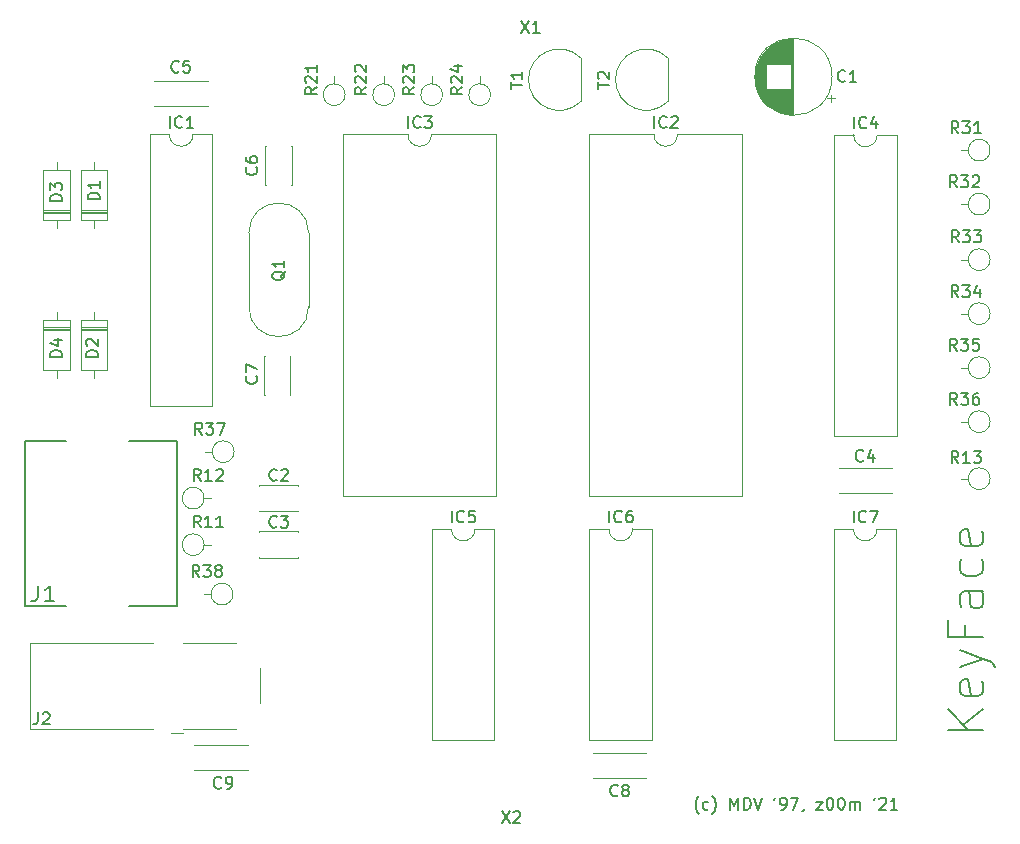
<source format=gto>
G04 #@! TF.GenerationSoftware,KiCad,Pcbnew,(5.1.6)-1*
G04 #@! TF.CreationDate,2021-02-12T18:18:09+01:00*
G04 #@! TF.ProjectId,keyface-external,6b657966-6163-4652-9d65-787465726e61,rev?*
G04 #@! TF.SameCoordinates,Original*
G04 #@! TF.FileFunction,Legend,Top*
G04 #@! TF.FilePolarity,Positive*
%FSLAX46Y46*%
G04 Gerber Fmt 4.6, Leading zero omitted, Abs format (unit mm)*
G04 Created by KiCad (PCBNEW (5.1.6)-1) date 2021-02-12 18:18:09*
%MOMM*%
%LPD*%
G01*
G04 APERTURE LIST*
%ADD10C,0.150000*%
%ADD11C,0.152400*%
%ADD12C,0.120000*%
%ADD13C,0.203200*%
G04 APERTURE END LIST*
D10*
X156099904Y-124277333D02*
X156052285Y-124229714D01*
X155957047Y-124086857D01*
X155909428Y-123991619D01*
X155861809Y-123848761D01*
X155814190Y-123610666D01*
X155814190Y-123420190D01*
X155861809Y-123182095D01*
X155909428Y-123039238D01*
X155957047Y-122944000D01*
X156052285Y-122801142D01*
X156099904Y-122753523D01*
X156909428Y-123848761D02*
X156814190Y-123896380D01*
X156623714Y-123896380D01*
X156528476Y-123848761D01*
X156480857Y-123801142D01*
X156433238Y-123705904D01*
X156433238Y-123420190D01*
X156480857Y-123324952D01*
X156528476Y-123277333D01*
X156623714Y-123229714D01*
X156814190Y-123229714D01*
X156909428Y-123277333D01*
X157242761Y-124277333D02*
X157290380Y-124229714D01*
X157385619Y-124086857D01*
X157433238Y-123991619D01*
X157480857Y-123848761D01*
X157528476Y-123610666D01*
X157528476Y-123420190D01*
X157480857Y-123182095D01*
X157433238Y-123039238D01*
X157385619Y-122944000D01*
X157290380Y-122801142D01*
X157242761Y-122753523D01*
X158766571Y-123896380D02*
X158766571Y-122896380D01*
X159099904Y-123610666D01*
X159433238Y-122896380D01*
X159433238Y-123896380D01*
X159909428Y-123896380D02*
X159909428Y-122896380D01*
X160147523Y-122896380D01*
X160290380Y-122944000D01*
X160385619Y-123039238D01*
X160433238Y-123134476D01*
X160480857Y-123324952D01*
X160480857Y-123467809D01*
X160433238Y-123658285D01*
X160385619Y-123753523D01*
X160290380Y-123848761D01*
X160147523Y-123896380D01*
X159909428Y-123896380D01*
X160766571Y-122896380D02*
X161099904Y-123896380D01*
X161433238Y-122896380D01*
X162576095Y-122896380D02*
X162480857Y-123086857D01*
X163052285Y-123896380D02*
X163242761Y-123896380D01*
X163338000Y-123848761D01*
X163385619Y-123801142D01*
X163480857Y-123658285D01*
X163528476Y-123467809D01*
X163528476Y-123086857D01*
X163480857Y-122991619D01*
X163433238Y-122944000D01*
X163338000Y-122896380D01*
X163147523Y-122896380D01*
X163052285Y-122944000D01*
X163004666Y-122991619D01*
X162957047Y-123086857D01*
X162957047Y-123324952D01*
X163004666Y-123420190D01*
X163052285Y-123467809D01*
X163147523Y-123515428D01*
X163338000Y-123515428D01*
X163433238Y-123467809D01*
X163480857Y-123420190D01*
X163528476Y-123324952D01*
X163861809Y-122896380D02*
X164528476Y-122896380D01*
X164099904Y-123896380D01*
X164957047Y-123848761D02*
X164957047Y-123896380D01*
X164909428Y-123991619D01*
X164861809Y-124039238D01*
X166052285Y-123229714D02*
X166576095Y-123229714D01*
X166052285Y-123896380D01*
X166576095Y-123896380D01*
X167147523Y-122896380D02*
X167242761Y-122896380D01*
X167338000Y-122944000D01*
X167385619Y-122991619D01*
X167433238Y-123086857D01*
X167480857Y-123277333D01*
X167480857Y-123515428D01*
X167433238Y-123705904D01*
X167385619Y-123801142D01*
X167338000Y-123848761D01*
X167242761Y-123896380D01*
X167147523Y-123896380D01*
X167052285Y-123848761D01*
X167004666Y-123801142D01*
X166957047Y-123705904D01*
X166909428Y-123515428D01*
X166909428Y-123277333D01*
X166957047Y-123086857D01*
X167004666Y-122991619D01*
X167052285Y-122944000D01*
X167147523Y-122896380D01*
X168099904Y-122896380D02*
X168195142Y-122896380D01*
X168290380Y-122944000D01*
X168337999Y-122991619D01*
X168385619Y-123086857D01*
X168433238Y-123277333D01*
X168433238Y-123515428D01*
X168385619Y-123705904D01*
X168337999Y-123801142D01*
X168290380Y-123848761D01*
X168195142Y-123896380D01*
X168099904Y-123896380D01*
X168004666Y-123848761D01*
X167957047Y-123801142D01*
X167909428Y-123705904D01*
X167861809Y-123515428D01*
X167861809Y-123277333D01*
X167909428Y-123086857D01*
X167957047Y-122991619D01*
X168004666Y-122944000D01*
X168099904Y-122896380D01*
X168861809Y-123896380D02*
X168861809Y-123229714D01*
X168861809Y-123324952D02*
X168909428Y-123277333D01*
X169004666Y-123229714D01*
X169147523Y-123229714D01*
X169242761Y-123277333D01*
X169290380Y-123372571D01*
X169290380Y-123896380D01*
X169290380Y-123372571D02*
X169337999Y-123277333D01*
X169433238Y-123229714D01*
X169576095Y-123229714D01*
X169671333Y-123277333D01*
X169718952Y-123372571D01*
X169718952Y-123896380D01*
X171004666Y-122896380D02*
X170909428Y-123086857D01*
X171385619Y-122991619D02*
X171433238Y-122944000D01*
X171528476Y-122896380D01*
X171766571Y-122896380D01*
X171861809Y-122944000D01*
X171909428Y-122991619D01*
X171957047Y-123086857D01*
X171957047Y-123182095D01*
X171909428Y-123324952D01*
X171337999Y-123896380D01*
X171957047Y-123896380D01*
X172909428Y-123896380D02*
X172337999Y-123896380D01*
X172623714Y-123896380D02*
X172623714Y-122896380D01*
X172528476Y-123039238D01*
X172433238Y-123134476D01*
X172337999Y-123182095D01*
X180173142Y-117140571D02*
X177173142Y-117140571D01*
X180173142Y-115426285D02*
X178458857Y-116712000D01*
X177173142Y-115426285D02*
X178887428Y-117140571D01*
X180030285Y-112997714D02*
X180173142Y-113283428D01*
X180173142Y-113854857D01*
X180030285Y-114140571D01*
X179744571Y-114283428D01*
X178601714Y-114283428D01*
X178316000Y-114140571D01*
X178173142Y-113854857D01*
X178173142Y-113283428D01*
X178316000Y-112997714D01*
X178601714Y-112854857D01*
X178887428Y-112854857D01*
X179173142Y-114283428D01*
X178173142Y-111854857D02*
X180173142Y-111140571D01*
X178173142Y-110426285D02*
X180173142Y-111140571D01*
X180887428Y-111426285D01*
X181030285Y-111569142D01*
X181173142Y-111854857D01*
X178601714Y-108283428D02*
X178601714Y-109283428D01*
X180173142Y-109283428D02*
X177173142Y-109283428D01*
X177173142Y-107854857D01*
X180173142Y-105426285D02*
X178601714Y-105426285D01*
X178316000Y-105569142D01*
X178173142Y-105854857D01*
X178173142Y-106426285D01*
X178316000Y-106712000D01*
X180030285Y-105426285D02*
X180173142Y-105712000D01*
X180173142Y-106426285D01*
X180030285Y-106712000D01*
X179744571Y-106854857D01*
X179458857Y-106854857D01*
X179173142Y-106712000D01*
X179030285Y-106426285D01*
X179030285Y-105712000D01*
X178887428Y-105426285D01*
X180030285Y-102712000D02*
X180173142Y-102997714D01*
X180173142Y-103569142D01*
X180030285Y-103854857D01*
X179887428Y-103997714D01*
X179601714Y-104140571D01*
X178744571Y-104140571D01*
X178458857Y-103997714D01*
X178316000Y-103854857D01*
X178173142Y-103569142D01*
X178173142Y-102997714D01*
X178316000Y-102712000D01*
X180030285Y-100283428D02*
X180173142Y-100569142D01*
X180173142Y-101140571D01*
X180030285Y-101426285D01*
X179744571Y-101569142D01*
X178601714Y-101569142D01*
X178316000Y-101426285D01*
X178173142Y-101140571D01*
X178173142Y-100569142D01*
X178316000Y-100283428D01*
X178601714Y-100140571D01*
X178887428Y-100140571D01*
X179173142Y-101569142D01*
D11*
X99060000Y-106680000D02*
X99060000Y-92710000D01*
X111887000Y-92710000D02*
X111887000Y-106680000D01*
X99060000Y-92710000D02*
X102489000Y-92710000D01*
X107823000Y-92710000D02*
X111887000Y-92710000D01*
X102489000Y-106680000D02*
X99060000Y-106680000D01*
X111887000Y-106680000D02*
X107823000Y-106680000D01*
D12*
X100607000Y-73402000D02*
X102847000Y-73402000D01*
X100607000Y-73162000D02*
X102847000Y-73162000D01*
X100607000Y-73282000D02*
X102847000Y-73282000D01*
X101727000Y-69112000D02*
X101727000Y-69762000D01*
X101727000Y-74652000D02*
X101727000Y-74002000D01*
X100607000Y-69762000D02*
X100607000Y-74002000D01*
X102847000Y-69762000D02*
X100607000Y-69762000D01*
X102847000Y-74002000D02*
X102847000Y-69762000D01*
X100607000Y-74002000D02*
X102847000Y-74002000D01*
X167374000Y-61849000D02*
G75*
G03*
X167374000Y-61849000I-3270000J0D01*
G01*
X164104000Y-65079000D02*
X164104000Y-58619000D01*
X164064000Y-65079000D02*
X164064000Y-58619000D01*
X164024000Y-65079000D02*
X164024000Y-58619000D01*
X163984000Y-65077000D02*
X163984000Y-58621000D01*
X163944000Y-65076000D02*
X163944000Y-58622000D01*
X163904000Y-65073000D02*
X163904000Y-58625000D01*
X163864000Y-65071000D02*
X163864000Y-62889000D01*
X163864000Y-60809000D02*
X163864000Y-58627000D01*
X163824000Y-65067000D02*
X163824000Y-62889000D01*
X163824000Y-60809000D02*
X163824000Y-58631000D01*
X163784000Y-65064000D02*
X163784000Y-62889000D01*
X163784000Y-60809000D02*
X163784000Y-58634000D01*
X163744000Y-65060000D02*
X163744000Y-62889000D01*
X163744000Y-60809000D02*
X163744000Y-58638000D01*
X163704000Y-65055000D02*
X163704000Y-62889000D01*
X163704000Y-60809000D02*
X163704000Y-58643000D01*
X163664000Y-65050000D02*
X163664000Y-62889000D01*
X163664000Y-60809000D02*
X163664000Y-58648000D01*
X163624000Y-65044000D02*
X163624000Y-62889000D01*
X163624000Y-60809000D02*
X163624000Y-58654000D01*
X163584000Y-65038000D02*
X163584000Y-62889000D01*
X163584000Y-60809000D02*
X163584000Y-58660000D01*
X163544000Y-65031000D02*
X163544000Y-62889000D01*
X163544000Y-60809000D02*
X163544000Y-58667000D01*
X163504000Y-65024000D02*
X163504000Y-62889000D01*
X163504000Y-60809000D02*
X163504000Y-58674000D01*
X163464000Y-65016000D02*
X163464000Y-62889000D01*
X163464000Y-60809000D02*
X163464000Y-58682000D01*
X163424000Y-65008000D02*
X163424000Y-62889000D01*
X163424000Y-60809000D02*
X163424000Y-58690000D01*
X163383000Y-64999000D02*
X163383000Y-62889000D01*
X163383000Y-60809000D02*
X163383000Y-58699000D01*
X163343000Y-64990000D02*
X163343000Y-62889000D01*
X163343000Y-60809000D02*
X163343000Y-58708000D01*
X163303000Y-64980000D02*
X163303000Y-62889000D01*
X163303000Y-60809000D02*
X163303000Y-58718000D01*
X163263000Y-64970000D02*
X163263000Y-62889000D01*
X163263000Y-60809000D02*
X163263000Y-58728000D01*
X163223000Y-64959000D02*
X163223000Y-62889000D01*
X163223000Y-60809000D02*
X163223000Y-58739000D01*
X163183000Y-64947000D02*
X163183000Y-62889000D01*
X163183000Y-60809000D02*
X163183000Y-58751000D01*
X163143000Y-64935000D02*
X163143000Y-62889000D01*
X163143000Y-60809000D02*
X163143000Y-58763000D01*
X163103000Y-64923000D02*
X163103000Y-62889000D01*
X163103000Y-60809000D02*
X163103000Y-58775000D01*
X163063000Y-64910000D02*
X163063000Y-62889000D01*
X163063000Y-60809000D02*
X163063000Y-58788000D01*
X163023000Y-64896000D02*
X163023000Y-62889000D01*
X163023000Y-60809000D02*
X163023000Y-58802000D01*
X162983000Y-64882000D02*
X162983000Y-62889000D01*
X162983000Y-60809000D02*
X162983000Y-58816000D01*
X162943000Y-64867000D02*
X162943000Y-62889000D01*
X162943000Y-60809000D02*
X162943000Y-58831000D01*
X162903000Y-64851000D02*
X162903000Y-62889000D01*
X162903000Y-60809000D02*
X162903000Y-58847000D01*
X162863000Y-64835000D02*
X162863000Y-62889000D01*
X162863000Y-60809000D02*
X162863000Y-58863000D01*
X162823000Y-64819000D02*
X162823000Y-62889000D01*
X162823000Y-60809000D02*
X162823000Y-58879000D01*
X162783000Y-64801000D02*
X162783000Y-62889000D01*
X162783000Y-60809000D02*
X162783000Y-58897000D01*
X162743000Y-64783000D02*
X162743000Y-62889000D01*
X162743000Y-60809000D02*
X162743000Y-58915000D01*
X162703000Y-64765000D02*
X162703000Y-62889000D01*
X162703000Y-60809000D02*
X162703000Y-58933000D01*
X162663000Y-64745000D02*
X162663000Y-62889000D01*
X162663000Y-60809000D02*
X162663000Y-58953000D01*
X162623000Y-64725000D02*
X162623000Y-62889000D01*
X162623000Y-60809000D02*
X162623000Y-58973000D01*
X162583000Y-64705000D02*
X162583000Y-62889000D01*
X162583000Y-60809000D02*
X162583000Y-58993000D01*
X162543000Y-64683000D02*
X162543000Y-62889000D01*
X162543000Y-60809000D02*
X162543000Y-59015000D01*
X162503000Y-64661000D02*
X162503000Y-62889000D01*
X162503000Y-60809000D02*
X162503000Y-59037000D01*
X162463000Y-64639000D02*
X162463000Y-62889000D01*
X162463000Y-60809000D02*
X162463000Y-59059000D01*
X162423000Y-64615000D02*
X162423000Y-62889000D01*
X162423000Y-60809000D02*
X162423000Y-59083000D01*
X162383000Y-64591000D02*
X162383000Y-62889000D01*
X162383000Y-60809000D02*
X162383000Y-59107000D01*
X162343000Y-64565000D02*
X162343000Y-62889000D01*
X162343000Y-60809000D02*
X162343000Y-59133000D01*
X162303000Y-64539000D02*
X162303000Y-62889000D01*
X162303000Y-60809000D02*
X162303000Y-59159000D01*
X162263000Y-64513000D02*
X162263000Y-62889000D01*
X162263000Y-60809000D02*
X162263000Y-59185000D01*
X162223000Y-64485000D02*
X162223000Y-62889000D01*
X162223000Y-60809000D02*
X162223000Y-59213000D01*
X162183000Y-64456000D02*
X162183000Y-62889000D01*
X162183000Y-60809000D02*
X162183000Y-59242000D01*
X162143000Y-64427000D02*
X162143000Y-62889000D01*
X162143000Y-60809000D02*
X162143000Y-59271000D01*
X162103000Y-64397000D02*
X162103000Y-62889000D01*
X162103000Y-60809000D02*
X162103000Y-59301000D01*
X162063000Y-64365000D02*
X162063000Y-62889000D01*
X162063000Y-60809000D02*
X162063000Y-59333000D01*
X162023000Y-64333000D02*
X162023000Y-62889000D01*
X162023000Y-60809000D02*
X162023000Y-59365000D01*
X161983000Y-64299000D02*
X161983000Y-62889000D01*
X161983000Y-60809000D02*
X161983000Y-59399000D01*
X161943000Y-64265000D02*
X161943000Y-62889000D01*
X161943000Y-60809000D02*
X161943000Y-59433000D01*
X161903000Y-64229000D02*
X161903000Y-62889000D01*
X161903000Y-60809000D02*
X161903000Y-59469000D01*
X161863000Y-64192000D02*
X161863000Y-62889000D01*
X161863000Y-60809000D02*
X161863000Y-59506000D01*
X161823000Y-64154000D02*
X161823000Y-62889000D01*
X161823000Y-60809000D02*
X161823000Y-59544000D01*
X161783000Y-64114000D02*
X161783000Y-59584000D01*
X161743000Y-64073000D02*
X161743000Y-59625000D01*
X161703000Y-64031000D02*
X161703000Y-59667000D01*
X161663000Y-63986000D02*
X161663000Y-59712000D01*
X161623000Y-63941000D02*
X161623000Y-59757000D01*
X161583000Y-63893000D02*
X161583000Y-59805000D01*
X161543000Y-63844000D02*
X161543000Y-59854000D01*
X161503000Y-63793000D02*
X161503000Y-59905000D01*
X161463000Y-63739000D02*
X161463000Y-59959000D01*
X161423000Y-63683000D02*
X161423000Y-60015000D01*
X161383000Y-63625000D02*
X161383000Y-60073000D01*
X161343000Y-63563000D02*
X161343000Y-60135000D01*
X161303000Y-63499000D02*
X161303000Y-60199000D01*
X161263000Y-63430000D02*
X161263000Y-60268000D01*
X161223000Y-63358000D02*
X161223000Y-60340000D01*
X161183000Y-63281000D02*
X161183000Y-60417000D01*
X161143000Y-63199000D02*
X161143000Y-60499000D01*
X161103000Y-63111000D02*
X161103000Y-60587000D01*
X161063000Y-63014000D02*
X161063000Y-60684000D01*
X161023000Y-62908000D02*
X161023000Y-60790000D01*
X160983000Y-62789000D02*
X160983000Y-60909000D01*
X160943000Y-62651000D02*
X160943000Y-61047000D01*
X160903000Y-62482000D02*
X160903000Y-61216000D01*
X160863000Y-62251000D02*
X160863000Y-61447000D01*
X167604241Y-63688000D02*
X166974241Y-63688000D01*
X167289241Y-64003000D02*
X167289241Y-63373000D01*
X122123000Y-98591000D02*
X122123000Y-98656000D01*
X122123000Y-96416000D02*
X122123000Y-96481000D01*
X118883000Y-98591000D02*
X118883000Y-98656000D01*
X118883000Y-96416000D02*
X118883000Y-96481000D01*
X118883000Y-98656000D02*
X122123000Y-98656000D01*
X118883000Y-96416000D02*
X122123000Y-96416000D01*
X118883000Y-100353000D02*
X122123000Y-100353000D01*
X118883000Y-102593000D02*
X122123000Y-102593000D01*
X118883000Y-100353000D02*
X118883000Y-100418000D01*
X118883000Y-102528000D02*
X118883000Y-102593000D01*
X122123000Y-100353000D02*
X122123000Y-100418000D01*
X122123000Y-102528000D02*
X122123000Y-102593000D01*
X167950000Y-94957000D02*
X167950000Y-94942000D01*
X167950000Y-97082000D02*
X167950000Y-97067000D01*
X172490000Y-94957000D02*
X172490000Y-94942000D01*
X172490000Y-97082000D02*
X172490000Y-97067000D01*
X172490000Y-94942000D02*
X167950000Y-94942000D01*
X172490000Y-97082000D02*
X167950000Y-97082000D01*
X109958000Y-62176000D02*
X114498000Y-62176000D01*
X109958000Y-64316000D02*
X114498000Y-64316000D01*
X109958000Y-62176000D02*
X109958000Y-62191000D01*
X109958000Y-64301000D02*
X109958000Y-64316000D01*
X114498000Y-62176000D02*
X114498000Y-62191000D01*
X114498000Y-64301000D02*
X114498000Y-64316000D01*
X119403000Y-70982000D02*
X119403000Y-67742000D01*
X121643000Y-70982000D02*
X121643000Y-67742000D01*
X119403000Y-70982000D02*
X119468000Y-70982000D01*
X121578000Y-70982000D02*
X121643000Y-70982000D01*
X119403000Y-67742000D02*
X119468000Y-67742000D01*
X121578000Y-67742000D02*
X121643000Y-67742000D01*
X119341000Y-88762000D02*
X119276000Y-88762000D01*
X121516000Y-88762000D02*
X121451000Y-88762000D01*
X119341000Y-85522000D02*
X119276000Y-85522000D01*
X121516000Y-85522000D02*
X121451000Y-85522000D01*
X119276000Y-85522000D02*
X119276000Y-88762000D01*
X121516000Y-85522000D02*
X121516000Y-88762000D01*
X111268000Y-66742000D02*
X109618000Y-66742000D01*
X109618000Y-66742000D02*
X109618000Y-89722000D01*
X109618000Y-89722000D02*
X114918000Y-89722000D01*
X114918000Y-89722000D02*
X114918000Y-66742000D01*
X114918000Y-66742000D02*
X113268000Y-66742000D01*
X113268000Y-66742000D02*
G75*
G02*
X111268000Y-66742000I-1000000J0D01*
G01*
X159749000Y-66742000D02*
X154289000Y-66742000D01*
X159749000Y-97342000D02*
X159749000Y-66742000D01*
X146829000Y-97342000D02*
X159749000Y-97342000D01*
X146829000Y-66742000D02*
X146829000Y-97342000D01*
X152289000Y-66742000D02*
X146829000Y-66742000D01*
X154289000Y-66742000D02*
G75*
G02*
X152289000Y-66742000I-1000000J0D01*
G01*
X131461000Y-66742000D02*
X126001000Y-66742000D01*
X126001000Y-66742000D02*
X126001000Y-97342000D01*
X126001000Y-97342000D02*
X138921000Y-97342000D01*
X138921000Y-97342000D02*
X138921000Y-66742000D01*
X138921000Y-66742000D02*
X133461000Y-66742000D01*
X133461000Y-66742000D02*
G75*
G02*
X131461000Y-66742000I-1000000J0D01*
G01*
X169198000Y-66777600D02*
X167548000Y-66777600D01*
X167548000Y-66777600D02*
X167548000Y-92297600D01*
X167548000Y-92297600D02*
X172848000Y-92297600D01*
X172848000Y-92297600D02*
X172848000Y-66777600D01*
X172848000Y-66777600D02*
X171198000Y-66777600D01*
X171198000Y-66777600D02*
G75*
G02*
X169198000Y-66777600I-1000000J0D01*
G01*
X135144000Y-100143000D02*
X133494000Y-100143000D01*
X133494000Y-100143000D02*
X133494000Y-118043000D01*
X133494000Y-118043000D02*
X138794000Y-118043000D01*
X138794000Y-118043000D02*
X138794000Y-100143000D01*
X138794000Y-100143000D02*
X137144000Y-100143000D01*
X137144000Y-100143000D02*
G75*
G02*
X135144000Y-100143000I-1000000J0D01*
G01*
X152129000Y-100143000D02*
X150479000Y-100143000D01*
X152129000Y-118043000D02*
X152129000Y-100143000D01*
X146829000Y-118043000D02*
X152129000Y-118043000D01*
X146829000Y-100143000D02*
X146829000Y-118043000D01*
X148479000Y-100143000D02*
X146829000Y-100143000D01*
X150479000Y-100143000D02*
G75*
G02*
X148479000Y-100143000I-1000000J0D01*
G01*
X169180000Y-100143000D02*
X167530000Y-100143000D01*
X167530000Y-100143000D02*
X167530000Y-118043000D01*
X167530000Y-118043000D02*
X172830000Y-118043000D01*
X172830000Y-118043000D02*
X172830000Y-100143000D01*
X172830000Y-100143000D02*
X171180000Y-100143000D01*
X171180000Y-100143000D02*
G75*
G02*
X169180000Y-100143000I-1000000J0D01*
G01*
X117998000Y-81330000D02*
X117998000Y-75080000D01*
X123048000Y-81330000D02*
X123048000Y-75080000D01*
X123048000Y-81330000D02*
G75*
G02*
X117998000Y-81330000I-2525000J0D01*
G01*
X123048000Y-75080000D02*
G75*
G03*
X117998000Y-75080000I-2525000J0D01*
G01*
X114204000Y-101473000D02*
G75*
G03*
X114204000Y-101473000I-920000J0D01*
G01*
X114204000Y-101473000D02*
X114824000Y-101473000D01*
X114204000Y-97536000D02*
X114824000Y-97536000D01*
X114204000Y-97536000D02*
G75*
G03*
X114204000Y-97536000I-920000J0D01*
G01*
X180752000Y-95885000D02*
G75*
G03*
X180752000Y-95885000I-920000J0D01*
G01*
X178912000Y-95885000D02*
X178292000Y-95885000D01*
X126142000Y-63373000D02*
G75*
G03*
X126142000Y-63373000I-920000J0D01*
G01*
X125222000Y-62453000D02*
X125222000Y-61833000D01*
X129413000Y-62453000D02*
X129413000Y-61833000D01*
X130333000Y-63373000D02*
G75*
G03*
X130333000Y-63373000I-920000J0D01*
G01*
X133477000Y-62453000D02*
X133477000Y-61833000D01*
X134397000Y-63373000D02*
G75*
G03*
X134397000Y-63373000I-920000J0D01*
G01*
X138461000Y-63373000D02*
G75*
G03*
X138461000Y-63373000I-920000J0D01*
G01*
X137541000Y-62453000D02*
X137541000Y-61833000D01*
X178912000Y-68072000D02*
X178292000Y-68072000D01*
X180752000Y-68072000D02*
G75*
G03*
X180752000Y-68072000I-920000J0D01*
G01*
X180752000Y-72644000D02*
G75*
G03*
X180752000Y-72644000I-920000J0D01*
G01*
X178912000Y-72644000D02*
X178292000Y-72644000D01*
X178912000Y-77343000D02*
X178292000Y-77343000D01*
X180752000Y-77343000D02*
G75*
G03*
X180752000Y-77343000I-920000J0D01*
G01*
X180752000Y-81915000D02*
G75*
G03*
X180752000Y-81915000I-920000J0D01*
G01*
X178912000Y-81915000D02*
X178292000Y-81915000D01*
X178912000Y-86487000D02*
X178292000Y-86487000D01*
X180752000Y-86487000D02*
G75*
G03*
X180752000Y-86487000I-920000J0D01*
G01*
X180752000Y-91059000D02*
G75*
G03*
X180752000Y-91059000I-920000J0D01*
G01*
X178912000Y-91059000D02*
X178292000Y-91059000D01*
X116744000Y-93599000D02*
G75*
G03*
X116744000Y-93599000I-920000J0D01*
G01*
X114904000Y-93599000D02*
X114284000Y-93599000D01*
X114802400Y-105664000D02*
X114182400Y-105664000D01*
X116642400Y-105664000D02*
G75*
G03*
X116642400Y-105664000I-920000J0D01*
G01*
X146122000Y-63903000D02*
X146122000Y-60303000D01*
X146110478Y-60264522D02*
G75*
G03*
X141672000Y-62103000I-1838478J-1838478D01*
G01*
X146110478Y-63941478D02*
G75*
G02*
X141672000Y-62103000I-1838478J1838478D01*
G01*
X153488000Y-63903000D02*
X153488000Y-60303000D01*
X153476478Y-63941478D02*
G75*
G02*
X149038000Y-62103000I-1838478J1838478D01*
G01*
X153476478Y-60264522D02*
G75*
G03*
X149038000Y-62103000I-1838478J-1838478D01*
G01*
X99457000Y-109761000D02*
X109907000Y-109761000D01*
X99457000Y-109761000D02*
X99457000Y-117061000D01*
X99457000Y-117061000D02*
X109907000Y-117061000D01*
X112407000Y-109761000D02*
X116907000Y-109761000D01*
X112407000Y-117061000D02*
X116907000Y-117061000D01*
X118957000Y-111911000D02*
X118957000Y-114911000D01*
X111387000Y-117441000D02*
X112387000Y-117441000D01*
X103782000Y-73402000D02*
X106022000Y-73402000D01*
X103782000Y-73162000D02*
X106022000Y-73162000D01*
X103782000Y-73282000D02*
X106022000Y-73282000D01*
X104902000Y-69112000D02*
X104902000Y-69762000D01*
X104902000Y-74652000D02*
X104902000Y-74002000D01*
X103782000Y-69762000D02*
X103782000Y-74002000D01*
X106022000Y-69762000D02*
X103782000Y-69762000D01*
X106022000Y-74002000D02*
X106022000Y-69762000D01*
X103782000Y-74002000D02*
X106022000Y-74002000D01*
X106022000Y-82462000D02*
X103782000Y-82462000D01*
X103782000Y-82462000D02*
X103782000Y-86702000D01*
X103782000Y-86702000D02*
X106022000Y-86702000D01*
X106022000Y-86702000D02*
X106022000Y-82462000D01*
X104902000Y-81812000D02*
X104902000Y-82462000D01*
X104902000Y-87352000D02*
X104902000Y-86702000D01*
X106022000Y-83182000D02*
X103782000Y-83182000D01*
X106022000Y-83302000D02*
X103782000Y-83302000D01*
X106022000Y-83062000D02*
X103782000Y-83062000D01*
X102847000Y-82462000D02*
X100607000Y-82462000D01*
X100607000Y-82462000D02*
X100607000Y-86702000D01*
X100607000Y-86702000D02*
X102847000Y-86702000D01*
X102847000Y-86702000D02*
X102847000Y-82462000D01*
X101727000Y-81812000D02*
X101727000Y-82462000D01*
X101727000Y-87352000D02*
X101727000Y-86702000D01*
X102847000Y-83182000D02*
X100607000Y-83182000D01*
X102847000Y-83302000D02*
X100607000Y-83302000D01*
X102847000Y-83062000D02*
X100607000Y-83062000D01*
X147122000Y-119087000D02*
X147122000Y-119072000D01*
X147122000Y-121212000D02*
X147122000Y-121197000D01*
X151662000Y-119087000D02*
X151662000Y-119072000D01*
X151662000Y-121212000D02*
X151662000Y-121197000D01*
X151662000Y-119072000D02*
X147122000Y-119072000D01*
X151662000Y-121212000D02*
X147122000Y-121212000D01*
X113387000Y-118437000D02*
X117927000Y-118437000D01*
X113387000Y-120577000D02*
X117927000Y-120577000D01*
X113387000Y-118437000D02*
X113387000Y-118452000D01*
X113387000Y-120562000D02*
X113387000Y-120577000D01*
X117927000Y-118437000D02*
X117927000Y-118452000D01*
X117927000Y-120562000D02*
X117927000Y-120577000D01*
D13*
X100116640Y-104934028D02*
X100116640Y-105886165D01*
X100049874Y-106076592D01*
X99916342Y-106203544D01*
X99716045Y-106267020D01*
X99582514Y-106267020D01*
X101518720Y-106267020D02*
X100717531Y-106267020D01*
X101118125Y-106267020D02*
X101118125Y-104934028D01*
X100984594Y-105124455D01*
X100851062Y-105251407D01*
X100717531Y-105314883D01*
D10*
X102179380Y-72366095D02*
X101179380Y-72366095D01*
X101179380Y-72128000D01*
X101227000Y-71985142D01*
X101322238Y-71889904D01*
X101417476Y-71842285D01*
X101607952Y-71794666D01*
X101750809Y-71794666D01*
X101941285Y-71842285D01*
X102036523Y-71889904D01*
X102131761Y-71985142D01*
X102179380Y-72128000D01*
X102179380Y-72366095D01*
X101179380Y-71461333D02*
X101179380Y-70842285D01*
X101560333Y-71175619D01*
X101560333Y-71032761D01*
X101607952Y-70937523D01*
X101655571Y-70889904D01*
X101750809Y-70842285D01*
X101988904Y-70842285D01*
X102084142Y-70889904D01*
X102131761Y-70937523D01*
X102179380Y-71032761D01*
X102179380Y-71318476D01*
X102131761Y-71413714D01*
X102084142Y-71461333D01*
X168489333Y-62206142D02*
X168441714Y-62253761D01*
X168298857Y-62301380D01*
X168203619Y-62301380D01*
X168060761Y-62253761D01*
X167965523Y-62158523D01*
X167917904Y-62063285D01*
X167870285Y-61872809D01*
X167870285Y-61729952D01*
X167917904Y-61539476D01*
X167965523Y-61444238D01*
X168060761Y-61349000D01*
X168203619Y-61301380D01*
X168298857Y-61301380D01*
X168441714Y-61349000D01*
X168489333Y-61396619D01*
X169441714Y-62301380D02*
X168870285Y-62301380D01*
X169156000Y-62301380D02*
X169156000Y-61301380D01*
X169060761Y-61444238D01*
X168965523Y-61539476D01*
X168870285Y-61587095D01*
X120356333Y-95988142D02*
X120308714Y-96035761D01*
X120165857Y-96083380D01*
X120070619Y-96083380D01*
X119927761Y-96035761D01*
X119832523Y-95940523D01*
X119784904Y-95845285D01*
X119737285Y-95654809D01*
X119737285Y-95511952D01*
X119784904Y-95321476D01*
X119832523Y-95226238D01*
X119927761Y-95131000D01*
X120070619Y-95083380D01*
X120165857Y-95083380D01*
X120308714Y-95131000D01*
X120356333Y-95178619D01*
X120737285Y-95178619D02*
X120784904Y-95131000D01*
X120880142Y-95083380D01*
X121118238Y-95083380D01*
X121213476Y-95131000D01*
X121261095Y-95178619D01*
X121308714Y-95273857D01*
X121308714Y-95369095D01*
X121261095Y-95511952D01*
X120689666Y-96083380D01*
X121308714Y-96083380D01*
X120356333Y-99925142D02*
X120308714Y-99972761D01*
X120165857Y-100020380D01*
X120070619Y-100020380D01*
X119927761Y-99972761D01*
X119832523Y-99877523D01*
X119784904Y-99782285D01*
X119737285Y-99591809D01*
X119737285Y-99448952D01*
X119784904Y-99258476D01*
X119832523Y-99163238D01*
X119927761Y-99068000D01*
X120070619Y-99020380D01*
X120165857Y-99020380D01*
X120308714Y-99068000D01*
X120356333Y-99115619D01*
X120689666Y-99020380D02*
X121308714Y-99020380D01*
X120975380Y-99401333D01*
X121118238Y-99401333D01*
X121213476Y-99448952D01*
X121261095Y-99496571D01*
X121308714Y-99591809D01*
X121308714Y-99829904D01*
X121261095Y-99925142D01*
X121213476Y-99972761D01*
X121118238Y-100020380D01*
X120832523Y-100020380D01*
X120737285Y-99972761D01*
X120689666Y-99925142D01*
X170013333Y-94337142D02*
X169965714Y-94384761D01*
X169822857Y-94432380D01*
X169727619Y-94432380D01*
X169584761Y-94384761D01*
X169489523Y-94289523D01*
X169441904Y-94194285D01*
X169394285Y-94003809D01*
X169394285Y-93860952D01*
X169441904Y-93670476D01*
X169489523Y-93575238D01*
X169584761Y-93480000D01*
X169727619Y-93432380D01*
X169822857Y-93432380D01*
X169965714Y-93480000D01*
X170013333Y-93527619D01*
X170870476Y-93765714D02*
X170870476Y-94432380D01*
X170632380Y-93384761D02*
X170394285Y-94099047D01*
X171013333Y-94099047D01*
X112061333Y-61403142D02*
X112013714Y-61450761D01*
X111870857Y-61498380D01*
X111775619Y-61498380D01*
X111632761Y-61450761D01*
X111537523Y-61355523D01*
X111489904Y-61260285D01*
X111442285Y-61069809D01*
X111442285Y-60926952D01*
X111489904Y-60736476D01*
X111537523Y-60641238D01*
X111632761Y-60546000D01*
X111775619Y-60498380D01*
X111870857Y-60498380D01*
X112013714Y-60546000D01*
X112061333Y-60593619D01*
X112966095Y-60498380D02*
X112489904Y-60498380D01*
X112442285Y-60974571D01*
X112489904Y-60926952D01*
X112585142Y-60879333D01*
X112823238Y-60879333D01*
X112918476Y-60926952D01*
X112966095Y-60974571D01*
X113013714Y-61069809D01*
X113013714Y-61307904D01*
X112966095Y-61403142D01*
X112918476Y-61450761D01*
X112823238Y-61498380D01*
X112585142Y-61498380D01*
X112489904Y-61450761D01*
X112442285Y-61403142D01*
X118630142Y-69528666D02*
X118677761Y-69576285D01*
X118725380Y-69719142D01*
X118725380Y-69814380D01*
X118677761Y-69957238D01*
X118582523Y-70052476D01*
X118487285Y-70100095D01*
X118296809Y-70147714D01*
X118153952Y-70147714D01*
X117963476Y-70100095D01*
X117868238Y-70052476D01*
X117773000Y-69957238D01*
X117725380Y-69814380D01*
X117725380Y-69719142D01*
X117773000Y-69576285D01*
X117820619Y-69528666D01*
X117725380Y-68671523D02*
X117725380Y-68862000D01*
X117773000Y-68957238D01*
X117820619Y-69004857D01*
X117963476Y-69100095D01*
X118153952Y-69147714D01*
X118534904Y-69147714D01*
X118630142Y-69100095D01*
X118677761Y-69052476D01*
X118725380Y-68957238D01*
X118725380Y-68766761D01*
X118677761Y-68671523D01*
X118630142Y-68623904D01*
X118534904Y-68576285D01*
X118296809Y-68576285D01*
X118201571Y-68623904D01*
X118153952Y-68671523D01*
X118106333Y-68766761D01*
X118106333Y-68957238D01*
X118153952Y-69052476D01*
X118201571Y-69100095D01*
X118296809Y-69147714D01*
X118619542Y-87212466D02*
X118667161Y-87260085D01*
X118714780Y-87402942D01*
X118714780Y-87498180D01*
X118667161Y-87641038D01*
X118571923Y-87736276D01*
X118476685Y-87783895D01*
X118286209Y-87831514D01*
X118143352Y-87831514D01*
X117952876Y-87783895D01*
X117857638Y-87736276D01*
X117762400Y-87641038D01*
X117714780Y-87498180D01*
X117714780Y-87402942D01*
X117762400Y-87260085D01*
X117810019Y-87212466D01*
X117714780Y-86879133D02*
X117714780Y-86212466D01*
X118714780Y-86641038D01*
X111291809Y-66194380D02*
X111291809Y-65194380D01*
X112339428Y-66099142D02*
X112291809Y-66146761D01*
X112148952Y-66194380D01*
X112053714Y-66194380D01*
X111910857Y-66146761D01*
X111815619Y-66051523D01*
X111768000Y-65956285D01*
X111720380Y-65765809D01*
X111720380Y-65622952D01*
X111768000Y-65432476D01*
X111815619Y-65337238D01*
X111910857Y-65242000D01*
X112053714Y-65194380D01*
X112148952Y-65194380D01*
X112291809Y-65242000D01*
X112339428Y-65289619D01*
X113291809Y-66194380D02*
X112720380Y-66194380D01*
X113006095Y-66194380D02*
X113006095Y-65194380D01*
X112910857Y-65337238D01*
X112815619Y-65432476D01*
X112720380Y-65480095D01*
X152312809Y-66194380D02*
X152312809Y-65194380D01*
X153360428Y-66099142D02*
X153312809Y-66146761D01*
X153169952Y-66194380D01*
X153074714Y-66194380D01*
X152931857Y-66146761D01*
X152836619Y-66051523D01*
X152789000Y-65956285D01*
X152741380Y-65765809D01*
X152741380Y-65622952D01*
X152789000Y-65432476D01*
X152836619Y-65337238D01*
X152931857Y-65242000D01*
X153074714Y-65194380D01*
X153169952Y-65194380D01*
X153312809Y-65242000D01*
X153360428Y-65289619D01*
X153741380Y-65289619D02*
X153789000Y-65242000D01*
X153884238Y-65194380D01*
X154122333Y-65194380D01*
X154217571Y-65242000D01*
X154265190Y-65289619D01*
X154312809Y-65384857D01*
X154312809Y-65480095D01*
X154265190Y-65622952D01*
X153693761Y-66194380D01*
X154312809Y-66194380D01*
X131484809Y-66194380D02*
X131484809Y-65194380D01*
X132532428Y-66099142D02*
X132484809Y-66146761D01*
X132341952Y-66194380D01*
X132246714Y-66194380D01*
X132103857Y-66146761D01*
X132008619Y-66051523D01*
X131961000Y-65956285D01*
X131913380Y-65765809D01*
X131913380Y-65622952D01*
X131961000Y-65432476D01*
X132008619Y-65337238D01*
X132103857Y-65242000D01*
X132246714Y-65194380D01*
X132341952Y-65194380D01*
X132484809Y-65242000D01*
X132532428Y-65289619D01*
X132865761Y-65194380D02*
X133484809Y-65194380D01*
X133151476Y-65575333D01*
X133294333Y-65575333D01*
X133389571Y-65622952D01*
X133437190Y-65670571D01*
X133484809Y-65765809D01*
X133484809Y-66003904D01*
X133437190Y-66099142D01*
X133389571Y-66146761D01*
X133294333Y-66194380D01*
X133008619Y-66194380D01*
X132913380Y-66146761D01*
X132865761Y-66099142D01*
X169221809Y-66229980D02*
X169221809Y-65229980D01*
X170269428Y-66134742D02*
X170221809Y-66182361D01*
X170078952Y-66229980D01*
X169983714Y-66229980D01*
X169840857Y-66182361D01*
X169745619Y-66087123D01*
X169698000Y-65991885D01*
X169650380Y-65801409D01*
X169650380Y-65658552D01*
X169698000Y-65468076D01*
X169745619Y-65372838D01*
X169840857Y-65277600D01*
X169983714Y-65229980D01*
X170078952Y-65229980D01*
X170221809Y-65277600D01*
X170269428Y-65325219D01*
X171126571Y-65563314D02*
X171126571Y-66229980D01*
X170888476Y-65182361D02*
X170650380Y-65896647D01*
X171269428Y-65896647D01*
X135167809Y-99595380D02*
X135167809Y-98595380D01*
X136215428Y-99500142D02*
X136167809Y-99547761D01*
X136024952Y-99595380D01*
X135929714Y-99595380D01*
X135786857Y-99547761D01*
X135691619Y-99452523D01*
X135644000Y-99357285D01*
X135596380Y-99166809D01*
X135596380Y-99023952D01*
X135644000Y-98833476D01*
X135691619Y-98738238D01*
X135786857Y-98643000D01*
X135929714Y-98595380D01*
X136024952Y-98595380D01*
X136167809Y-98643000D01*
X136215428Y-98690619D01*
X137120190Y-98595380D02*
X136644000Y-98595380D01*
X136596380Y-99071571D01*
X136644000Y-99023952D01*
X136739238Y-98976333D01*
X136977333Y-98976333D01*
X137072571Y-99023952D01*
X137120190Y-99071571D01*
X137167809Y-99166809D01*
X137167809Y-99404904D01*
X137120190Y-99500142D01*
X137072571Y-99547761D01*
X136977333Y-99595380D01*
X136739238Y-99595380D01*
X136644000Y-99547761D01*
X136596380Y-99500142D01*
X148502809Y-99595380D02*
X148502809Y-98595380D01*
X149550428Y-99500142D02*
X149502809Y-99547761D01*
X149359952Y-99595380D01*
X149264714Y-99595380D01*
X149121857Y-99547761D01*
X149026619Y-99452523D01*
X148979000Y-99357285D01*
X148931380Y-99166809D01*
X148931380Y-99023952D01*
X148979000Y-98833476D01*
X149026619Y-98738238D01*
X149121857Y-98643000D01*
X149264714Y-98595380D01*
X149359952Y-98595380D01*
X149502809Y-98643000D01*
X149550428Y-98690619D01*
X150407571Y-98595380D02*
X150217095Y-98595380D01*
X150121857Y-98643000D01*
X150074238Y-98690619D01*
X149979000Y-98833476D01*
X149931380Y-99023952D01*
X149931380Y-99404904D01*
X149979000Y-99500142D01*
X150026619Y-99547761D01*
X150121857Y-99595380D01*
X150312333Y-99595380D01*
X150407571Y-99547761D01*
X150455190Y-99500142D01*
X150502809Y-99404904D01*
X150502809Y-99166809D01*
X150455190Y-99071571D01*
X150407571Y-99023952D01*
X150312333Y-98976333D01*
X150121857Y-98976333D01*
X150026619Y-99023952D01*
X149979000Y-99071571D01*
X149931380Y-99166809D01*
X169203809Y-99595380D02*
X169203809Y-98595380D01*
X170251428Y-99500142D02*
X170203809Y-99547761D01*
X170060952Y-99595380D01*
X169965714Y-99595380D01*
X169822857Y-99547761D01*
X169727619Y-99452523D01*
X169680000Y-99357285D01*
X169632380Y-99166809D01*
X169632380Y-99023952D01*
X169680000Y-98833476D01*
X169727619Y-98738238D01*
X169822857Y-98643000D01*
X169965714Y-98595380D01*
X170060952Y-98595380D01*
X170203809Y-98643000D01*
X170251428Y-98690619D01*
X170584761Y-98595380D02*
X171251428Y-98595380D01*
X170822857Y-99595380D01*
X121070619Y-78327238D02*
X121023000Y-78422476D01*
X120927761Y-78517714D01*
X120784904Y-78660571D01*
X120737285Y-78755809D01*
X120737285Y-78851047D01*
X120975380Y-78803428D02*
X120927761Y-78898666D01*
X120832523Y-78993904D01*
X120642047Y-79041523D01*
X120308714Y-79041523D01*
X120118238Y-78993904D01*
X120023000Y-78898666D01*
X119975380Y-78803428D01*
X119975380Y-78612952D01*
X120023000Y-78517714D01*
X120118238Y-78422476D01*
X120308714Y-78374857D01*
X120642047Y-78374857D01*
X120832523Y-78422476D01*
X120927761Y-78517714D01*
X120975380Y-78612952D01*
X120975380Y-78803428D01*
X120975380Y-77422476D02*
X120975380Y-77993904D01*
X120975380Y-77708190D02*
X119975380Y-77708190D01*
X120118238Y-77803428D01*
X120213476Y-77898666D01*
X120261095Y-77993904D01*
X113911142Y-100005380D02*
X113577809Y-99529190D01*
X113339714Y-100005380D02*
X113339714Y-99005380D01*
X113720666Y-99005380D01*
X113815904Y-99053000D01*
X113863523Y-99100619D01*
X113911142Y-99195857D01*
X113911142Y-99338714D01*
X113863523Y-99433952D01*
X113815904Y-99481571D01*
X113720666Y-99529190D01*
X113339714Y-99529190D01*
X114863523Y-100005380D02*
X114292095Y-100005380D01*
X114577809Y-100005380D02*
X114577809Y-99005380D01*
X114482571Y-99148238D01*
X114387333Y-99243476D01*
X114292095Y-99291095D01*
X115815904Y-100005380D02*
X115244476Y-100005380D01*
X115530190Y-100005380D02*
X115530190Y-99005380D01*
X115434952Y-99148238D01*
X115339714Y-99243476D01*
X115244476Y-99291095D01*
X113911142Y-96068380D02*
X113577809Y-95592190D01*
X113339714Y-96068380D02*
X113339714Y-95068380D01*
X113720666Y-95068380D01*
X113815904Y-95116000D01*
X113863523Y-95163619D01*
X113911142Y-95258857D01*
X113911142Y-95401714D01*
X113863523Y-95496952D01*
X113815904Y-95544571D01*
X113720666Y-95592190D01*
X113339714Y-95592190D01*
X114863523Y-96068380D02*
X114292095Y-96068380D01*
X114577809Y-96068380D02*
X114577809Y-95068380D01*
X114482571Y-95211238D01*
X114387333Y-95306476D01*
X114292095Y-95354095D01*
X115244476Y-95163619D02*
X115292095Y-95116000D01*
X115387333Y-95068380D01*
X115625428Y-95068380D01*
X115720666Y-95116000D01*
X115768285Y-95163619D01*
X115815904Y-95258857D01*
X115815904Y-95354095D01*
X115768285Y-95496952D01*
X115196857Y-96068380D01*
X115815904Y-96068380D01*
X178071542Y-94559380D02*
X177738209Y-94083190D01*
X177500114Y-94559380D02*
X177500114Y-93559380D01*
X177881066Y-93559380D01*
X177976304Y-93607000D01*
X178023923Y-93654619D01*
X178071542Y-93749857D01*
X178071542Y-93892714D01*
X178023923Y-93987952D01*
X177976304Y-94035571D01*
X177881066Y-94083190D01*
X177500114Y-94083190D01*
X179023923Y-94559380D02*
X178452495Y-94559380D01*
X178738209Y-94559380D02*
X178738209Y-93559380D01*
X178642971Y-93702238D01*
X178547733Y-93797476D01*
X178452495Y-93845095D01*
X179357257Y-93559380D02*
X179976304Y-93559380D01*
X179642971Y-93940333D01*
X179785828Y-93940333D01*
X179881066Y-93987952D01*
X179928685Y-94035571D01*
X179976304Y-94130809D01*
X179976304Y-94368904D01*
X179928685Y-94464142D01*
X179881066Y-94511761D01*
X179785828Y-94559380D01*
X179500114Y-94559380D01*
X179404876Y-94511761D01*
X179357257Y-94464142D01*
X123754380Y-62745857D02*
X123278190Y-63079190D01*
X123754380Y-63317285D02*
X122754380Y-63317285D01*
X122754380Y-62936333D01*
X122802000Y-62841095D01*
X122849619Y-62793476D01*
X122944857Y-62745857D01*
X123087714Y-62745857D01*
X123182952Y-62793476D01*
X123230571Y-62841095D01*
X123278190Y-62936333D01*
X123278190Y-63317285D01*
X122849619Y-62364904D02*
X122802000Y-62317285D01*
X122754380Y-62222047D01*
X122754380Y-61983952D01*
X122802000Y-61888714D01*
X122849619Y-61841095D01*
X122944857Y-61793476D01*
X123040095Y-61793476D01*
X123182952Y-61841095D01*
X123754380Y-62412523D01*
X123754380Y-61793476D01*
X123754380Y-60841095D02*
X123754380Y-61412523D01*
X123754380Y-61126809D02*
X122754380Y-61126809D01*
X122897238Y-61222047D01*
X122992476Y-61317285D01*
X123040095Y-61412523D01*
X127945380Y-62745857D02*
X127469190Y-63079190D01*
X127945380Y-63317285D02*
X126945380Y-63317285D01*
X126945380Y-62936333D01*
X126993000Y-62841095D01*
X127040619Y-62793476D01*
X127135857Y-62745857D01*
X127278714Y-62745857D01*
X127373952Y-62793476D01*
X127421571Y-62841095D01*
X127469190Y-62936333D01*
X127469190Y-63317285D01*
X127040619Y-62364904D02*
X126993000Y-62317285D01*
X126945380Y-62222047D01*
X126945380Y-61983952D01*
X126993000Y-61888714D01*
X127040619Y-61841095D01*
X127135857Y-61793476D01*
X127231095Y-61793476D01*
X127373952Y-61841095D01*
X127945380Y-62412523D01*
X127945380Y-61793476D01*
X127040619Y-61412523D02*
X126993000Y-61364904D01*
X126945380Y-61269666D01*
X126945380Y-61031571D01*
X126993000Y-60936333D01*
X127040619Y-60888714D01*
X127135857Y-60841095D01*
X127231095Y-60841095D01*
X127373952Y-60888714D01*
X127945380Y-61460142D01*
X127945380Y-60841095D01*
X132009380Y-62745857D02*
X131533190Y-63079190D01*
X132009380Y-63317285D02*
X131009380Y-63317285D01*
X131009380Y-62936333D01*
X131057000Y-62841095D01*
X131104619Y-62793476D01*
X131199857Y-62745857D01*
X131342714Y-62745857D01*
X131437952Y-62793476D01*
X131485571Y-62841095D01*
X131533190Y-62936333D01*
X131533190Y-63317285D01*
X131104619Y-62364904D02*
X131057000Y-62317285D01*
X131009380Y-62222047D01*
X131009380Y-61983952D01*
X131057000Y-61888714D01*
X131104619Y-61841095D01*
X131199857Y-61793476D01*
X131295095Y-61793476D01*
X131437952Y-61841095D01*
X132009380Y-62412523D01*
X132009380Y-61793476D01*
X131009380Y-61460142D02*
X131009380Y-60841095D01*
X131390333Y-61174428D01*
X131390333Y-61031571D01*
X131437952Y-60936333D01*
X131485571Y-60888714D01*
X131580809Y-60841095D01*
X131818904Y-60841095D01*
X131914142Y-60888714D01*
X131961761Y-60936333D01*
X132009380Y-61031571D01*
X132009380Y-61317285D01*
X131961761Y-61412523D01*
X131914142Y-61460142D01*
X136073380Y-62745857D02*
X135597190Y-63079190D01*
X136073380Y-63317285D02*
X135073380Y-63317285D01*
X135073380Y-62936333D01*
X135121000Y-62841095D01*
X135168619Y-62793476D01*
X135263857Y-62745857D01*
X135406714Y-62745857D01*
X135501952Y-62793476D01*
X135549571Y-62841095D01*
X135597190Y-62936333D01*
X135597190Y-63317285D01*
X135168619Y-62364904D02*
X135121000Y-62317285D01*
X135073380Y-62222047D01*
X135073380Y-61983952D01*
X135121000Y-61888714D01*
X135168619Y-61841095D01*
X135263857Y-61793476D01*
X135359095Y-61793476D01*
X135501952Y-61841095D01*
X136073380Y-62412523D01*
X136073380Y-61793476D01*
X135406714Y-60936333D02*
X136073380Y-60936333D01*
X135025761Y-61174428D02*
X135740047Y-61412523D01*
X135740047Y-60793476D01*
X178071542Y-66644780D02*
X177738209Y-66168590D01*
X177500114Y-66644780D02*
X177500114Y-65644780D01*
X177881066Y-65644780D01*
X177976304Y-65692400D01*
X178023923Y-65740019D01*
X178071542Y-65835257D01*
X178071542Y-65978114D01*
X178023923Y-66073352D01*
X177976304Y-66120971D01*
X177881066Y-66168590D01*
X177500114Y-66168590D01*
X178404876Y-65644780D02*
X179023923Y-65644780D01*
X178690590Y-66025733D01*
X178833447Y-66025733D01*
X178928685Y-66073352D01*
X178976304Y-66120971D01*
X179023923Y-66216209D01*
X179023923Y-66454304D01*
X178976304Y-66549542D01*
X178928685Y-66597161D01*
X178833447Y-66644780D01*
X178547733Y-66644780D01*
X178452495Y-66597161D01*
X178404876Y-66549542D01*
X179976304Y-66644780D02*
X179404876Y-66644780D01*
X179690590Y-66644780D02*
X179690590Y-65644780D01*
X179595352Y-65787638D01*
X179500114Y-65882876D01*
X179404876Y-65930495D01*
X177944542Y-71216780D02*
X177611209Y-70740590D01*
X177373114Y-71216780D02*
X177373114Y-70216780D01*
X177754066Y-70216780D01*
X177849304Y-70264400D01*
X177896923Y-70312019D01*
X177944542Y-70407257D01*
X177944542Y-70550114D01*
X177896923Y-70645352D01*
X177849304Y-70692971D01*
X177754066Y-70740590D01*
X177373114Y-70740590D01*
X178277876Y-70216780D02*
X178896923Y-70216780D01*
X178563590Y-70597733D01*
X178706447Y-70597733D01*
X178801685Y-70645352D01*
X178849304Y-70692971D01*
X178896923Y-70788209D01*
X178896923Y-71026304D01*
X178849304Y-71121542D01*
X178801685Y-71169161D01*
X178706447Y-71216780D01*
X178420733Y-71216780D01*
X178325495Y-71169161D01*
X178277876Y-71121542D01*
X179277876Y-70312019D02*
X179325495Y-70264400D01*
X179420733Y-70216780D01*
X179658828Y-70216780D01*
X179754066Y-70264400D01*
X179801685Y-70312019D01*
X179849304Y-70407257D01*
X179849304Y-70502495D01*
X179801685Y-70645352D01*
X179230257Y-71216780D01*
X179849304Y-71216780D01*
X178096942Y-75864980D02*
X177763609Y-75388790D01*
X177525514Y-75864980D02*
X177525514Y-74864980D01*
X177906466Y-74864980D01*
X178001704Y-74912600D01*
X178049323Y-74960219D01*
X178096942Y-75055457D01*
X178096942Y-75198314D01*
X178049323Y-75293552D01*
X178001704Y-75341171D01*
X177906466Y-75388790D01*
X177525514Y-75388790D01*
X178430276Y-74864980D02*
X179049323Y-74864980D01*
X178715990Y-75245933D01*
X178858847Y-75245933D01*
X178954085Y-75293552D01*
X179001704Y-75341171D01*
X179049323Y-75436409D01*
X179049323Y-75674504D01*
X179001704Y-75769742D01*
X178954085Y-75817361D01*
X178858847Y-75864980D01*
X178573133Y-75864980D01*
X178477895Y-75817361D01*
X178430276Y-75769742D01*
X179382657Y-74864980D02*
X180001704Y-74864980D01*
X179668371Y-75245933D01*
X179811228Y-75245933D01*
X179906466Y-75293552D01*
X179954085Y-75341171D01*
X180001704Y-75436409D01*
X180001704Y-75674504D01*
X179954085Y-75769742D01*
X179906466Y-75817361D01*
X179811228Y-75864980D01*
X179525514Y-75864980D01*
X179430276Y-75817361D01*
X179382657Y-75769742D01*
X178071542Y-80513180D02*
X177738209Y-80036990D01*
X177500114Y-80513180D02*
X177500114Y-79513180D01*
X177881066Y-79513180D01*
X177976304Y-79560800D01*
X178023923Y-79608419D01*
X178071542Y-79703657D01*
X178071542Y-79846514D01*
X178023923Y-79941752D01*
X177976304Y-79989371D01*
X177881066Y-80036990D01*
X177500114Y-80036990D01*
X178404876Y-79513180D02*
X179023923Y-79513180D01*
X178690590Y-79894133D01*
X178833447Y-79894133D01*
X178928685Y-79941752D01*
X178976304Y-79989371D01*
X179023923Y-80084609D01*
X179023923Y-80322704D01*
X178976304Y-80417942D01*
X178928685Y-80465561D01*
X178833447Y-80513180D01*
X178547733Y-80513180D01*
X178452495Y-80465561D01*
X178404876Y-80417942D01*
X179881066Y-79846514D02*
X179881066Y-80513180D01*
X179642971Y-79465561D02*
X179404876Y-80179847D01*
X180023923Y-80179847D01*
X177944542Y-85034380D02*
X177611209Y-84558190D01*
X177373114Y-85034380D02*
X177373114Y-84034380D01*
X177754066Y-84034380D01*
X177849304Y-84082000D01*
X177896923Y-84129619D01*
X177944542Y-84224857D01*
X177944542Y-84367714D01*
X177896923Y-84462952D01*
X177849304Y-84510571D01*
X177754066Y-84558190D01*
X177373114Y-84558190D01*
X178277876Y-84034380D02*
X178896923Y-84034380D01*
X178563590Y-84415333D01*
X178706447Y-84415333D01*
X178801685Y-84462952D01*
X178849304Y-84510571D01*
X178896923Y-84605809D01*
X178896923Y-84843904D01*
X178849304Y-84939142D01*
X178801685Y-84986761D01*
X178706447Y-85034380D01*
X178420733Y-85034380D01*
X178325495Y-84986761D01*
X178277876Y-84939142D01*
X179801685Y-84034380D02*
X179325495Y-84034380D01*
X179277876Y-84510571D01*
X179325495Y-84462952D01*
X179420733Y-84415333D01*
X179658828Y-84415333D01*
X179754066Y-84462952D01*
X179801685Y-84510571D01*
X179849304Y-84605809D01*
X179849304Y-84843904D01*
X179801685Y-84939142D01*
X179754066Y-84986761D01*
X179658828Y-85034380D01*
X179420733Y-85034380D01*
X179325495Y-84986761D01*
X179277876Y-84939142D01*
X177944542Y-89631780D02*
X177611209Y-89155590D01*
X177373114Y-89631780D02*
X177373114Y-88631780D01*
X177754066Y-88631780D01*
X177849304Y-88679400D01*
X177896923Y-88727019D01*
X177944542Y-88822257D01*
X177944542Y-88965114D01*
X177896923Y-89060352D01*
X177849304Y-89107971D01*
X177754066Y-89155590D01*
X177373114Y-89155590D01*
X178277876Y-88631780D02*
X178896923Y-88631780D01*
X178563590Y-89012733D01*
X178706447Y-89012733D01*
X178801685Y-89060352D01*
X178849304Y-89107971D01*
X178896923Y-89203209D01*
X178896923Y-89441304D01*
X178849304Y-89536542D01*
X178801685Y-89584161D01*
X178706447Y-89631780D01*
X178420733Y-89631780D01*
X178325495Y-89584161D01*
X178277876Y-89536542D01*
X179754066Y-88631780D02*
X179563590Y-88631780D01*
X179468352Y-88679400D01*
X179420733Y-88727019D01*
X179325495Y-88869876D01*
X179277876Y-89060352D01*
X179277876Y-89441304D01*
X179325495Y-89536542D01*
X179373114Y-89584161D01*
X179468352Y-89631780D01*
X179658828Y-89631780D01*
X179754066Y-89584161D01*
X179801685Y-89536542D01*
X179849304Y-89441304D01*
X179849304Y-89203209D01*
X179801685Y-89107971D01*
X179754066Y-89060352D01*
X179658828Y-89012733D01*
X179468352Y-89012733D01*
X179373114Y-89060352D01*
X179325495Y-89107971D01*
X179277876Y-89203209D01*
X114038142Y-92146380D02*
X113704809Y-91670190D01*
X113466714Y-92146380D02*
X113466714Y-91146380D01*
X113847666Y-91146380D01*
X113942904Y-91194000D01*
X113990523Y-91241619D01*
X114038142Y-91336857D01*
X114038142Y-91479714D01*
X113990523Y-91574952D01*
X113942904Y-91622571D01*
X113847666Y-91670190D01*
X113466714Y-91670190D01*
X114371476Y-91146380D02*
X114990523Y-91146380D01*
X114657190Y-91527333D01*
X114800047Y-91527333D01*
X114895285Y-91574952D01*
X114942904Y-91622571D01*
X114990523Y-91717809D01*
X114990523Y-91955904D01*
X114942904Y-92051142D01*
X114895285Y-92098761D01*
X114800047Y-92146380D01*
X114514333Y-92146380D01*
X114419095Y-92098761D01*
X114371476Y-92051142D01*
X115323857Y-91146380D02*
X115990523Y-91146380D01*
X115561952Y-92146380D01*
X113809542Y-104211380D02*
X113476209Y-103735190D01*
X113238114Y-104211380D02*
X113238114Y-103211380D01*
X113619066Y-103211380D01*
X113714304Y-103259000D01*
X113761923Y-103306619D01*
X113809542Y-103401857D01*
X113809542Y-103544714D01*
X113761923Y-103639952D01*
X113714304Y-103687571D01*
X113619066Y-103735190D01*
X113238114Y-103735190D01*
X114142876Y-103211380D02*
X114761923Y-103211380D01*
X114428590Y-103592333D01*
X114571447Y-103592333D01*
X114666685Y-103639952D01*
X114714304Y-103687571D01*
X114761923Y-103782809D01*
X114761923Y-104020904D01*
X114714304Y-104116142D01*
X114666685Y-104163761D01*
X114571447Y-104211380D01*
X114285733Y-104211380D01*
X114190495Y-104163761D01*
X114142876Y-104116142D01*
X115333352Y-103639952D02*
X115238114Y-103592333D01*
X115190495Y-103544714D01*
X115142876Y-103449476D01*
X115142876Y-103401857D01*
X115190495Y-103306619D01*
X115238114Y-103259000D01*
X115333352Y-103211380D01*
X115523828Y-103211380D01*
X115619066Y-103259000D01*
X115666685Y-103306619D01*
X115714304Y-103401857D01*
X115714304Y-103449476D01*
X115666685Y-103544714D01*
X115619066Y-103592333D01*
X115523828Y-103639952D01*
X115333352Y-103639952D01*
X115238114Y-103687571D01*
X115190495Y-103735190D01*
X115142876Y-103830428D01*
X115142876Y-104020904D01*
X115190495Y-104116142D01*
X115238114Y-104163761D01*
X115333352Y-104211380D01*
X115523828Y-104211380D01*
X115619066Y-104163761D01*
X115666685Y-104116142D01*
X115714304Y-104020904D01*
X115714304Y-103830428D01*
X115666685Y-103735190D01*
X115619066Y-103687571D01*
X115523828Y-103639952D01*
X140164380Y-62864904D02*
X140164380Y-62293476D01*
X141164380Y-62579190D02*
X140164380Y-62579190D01*
X141164380Y-61436333D02*
X141164380Y-62007761D01*
X141164380Y-61722047D02*
X140164380Y-61722047D01*
X140307238Y-61817285D01*
X140402476Y-61912523D01*
X140450095Y-62007761D01*
X147530380Y-62864904D02*
X147530380Y-62293476D01*
X148530380Y-62579190D02*
X147530380Y-62579190D01*
X147625619Y-62007761D02*
X147578000Y-61960142D01*
X147530380Y-61864904D01*
X147530380Y-61626809D01*
X147578000Y-61531571D01*
X147625619Y-61483952D01*
X147720857Y-61436333D01*
X147816095Y-61436333D01*
X147958952Y-61483952D01*
X148530380Y-62055380D01*
X148530380Y-61436333D01*
X141049476Y-57110380D02*
X141716142Y-58110380D01*
X141716142Y-57110380D02*
X141049476Y-58110380D01*
X142620904Y-58110380D02*
X142049476Y-58110380D01*
X142335190Y-58110380D02*
X142335190Y-57110380D01*
X142239952Y-57253238D01*
X142144714Y-57348476D01*
X142049476Y-57396095D01*
X139398476Y-124039380D02*
X140065142Y-125039380D01*
X140065142Y-124039380D02*
X139398476Y-125039380D01*
X140398476Y-124134619D02*
X140446095Y-124087000D01*
X140541333Y-124039380D01*
X140779428Y-124039380D01*
X140874666Y-124087000D01*
X140922285Y-124134619D01*
X140969904Y-124229857D01*
X140969904Y-124325095D01*
X140922285Y-124467952D01*
X140350857Y-125039380D01*
X140969904Y-125039380D01*
X100123666Y-115682780D02*
X100123666Y-116397066D01*
X100076047Y-116539923D01*
X99980809Y-116635161D01*
X99837952Y-116682780D01*
X99742714Y-116682780D01*
X100552238Y-115778019D02*
X100599857Y-115730400D01*
X100695095Y-115682780D01*
X100933190Y-115682780D01*
X101028428Y-115730400D01*
X101076047Y-115778019D01*
X101123666Y-115873257D01*
X101123666Y-115968495D01*
X101076047Y-116111352D01*
X100504619Y-116682780D01*
X101123666Y-116682780D01*
X105354380Y-72239095D02*
X104354380Y-72239095D01*
X104354380Y-72001000D01*
X104402000Y-71858142D01*
X104497238Y-71762904D01*
X104592476Y-71715285D01*
X104782952Y-71667666D01*
X104925809Y-71667666D01*
X105116285Y-71715285D01*
X105211523Y-71762904D01*
X105306761Y-71858142D01*
X105354380Y-72001000D01*
X105354380Y-72239095D01*
X105354380Y-70715285D02*
X105354380Y-71286714D01*
X105354380Y-71001000D02*
X104354380Y-71001000D01*
X104497238Y-71096238D01*
X104592476Y-71191476D01*
X104640095Y-71286714D01*
X105227380Y-85574095D02*
X104227380Y-85574095D01*
X104227380Y-85336000D01*
X104275000Y-85193142D01*
X104370238Y-85097904D01*
X104465476Y-85050285D01*
X104655952Y-85002666D01*
X104798809Y-85002666D01*
X104989285Y-85050285D01*
X105084523Y-85097904D01*
X105179761Y-85193142D01*
X105227380Y-85336000D01*
X105227380Y-85574095D01*
X104322619Y-84621714D02*
X104275000Y-84574095D01*
X104227380Y-84478857D01*
X104227380Y-84240761D01*
X104275000Y-84145523D01*
X104322619Y-84097904D01*
X104417857Y-84050285D01*
X104513095Y-84050285D01*
X104655952Y-84097904D01*
X105227380Y-84669333D01*
X105227380Y-84050285D01*
X102179380Y-85574095D02*
X101179380Y-85574095D01*
X101179380Y-85336000D01*
X101227000Y-85193142D01*
X101322238Y-85097904D01*
X101417476Y-85050285D01*
X101607952Y-85002666D01*
X101750809Y-85002666D01*
X101941285Y-85050285D01*
X102036523Y-85097904D01*
X102131761Y-85193142D01*
X102179380Y-85336000D01*
X102179380Y-85574095D01*
X101512714Y-84145523D02*
X102179380Y-84145523D01*
X101131761Y-84383619D02*
X101846047Y-84621714D01*
X101846047Y-84002666D01*
X149225333Y-122699142D02*
X149177714Y-122746761D01*
X149034857Y-122794380D01*
X148939619Y-122794380D01*
X148796761Y-122746761D01*
X148701523Y-122651523D01*
X148653904Y-122556285D01*
X148606285Y-122365809D01*
X148606285Y-122222952D01*
X148653904Y-122032476D01*
X148701523Y-121937238D01*
X148796761Y-121842000D01*
X148939619Y-121794380D01*
X149034857Y-121794380D01*
X149177714Y-121842000D01*
X149225333Y-121889619D01*
X149796761Y-122222952D02*
X149701523Y-122175333D01*
X149653904Y-122127714D01*
X149606285Y-122032476D01*
X149606285Y-121984857D01*
X149653904Y-121889619D01*
X149701523Y-121842000D01*
X149796761Y-121794380D01*
X149987238Y-121794380D01*
X150082476Y-121842000D01*
X150130095Y-121889619D01*
X150177714Y-121984857D01*
X150177714Y-122032476D01*
X150130095Y-122127714D01*
X150082476Y-122175333D01*
X149987238Y-122222952D01*
X149796761Y-122222952D01*
X149701523Y-122270571D01*
X149653904Y-122318190D01*
X149606285Y-122413428D01*
X149606285Y-122603904D01*
X149653904Y-122699142D01*
X149701523Y-122746761D01*
X149796761Y-122794380D01*
X149987238Y-122794380D01*
X150082476Y-122746761D01*
X150130095Y-122699142D01*
X150177714Y-122603904D01*
X150177714Y-122413428D01*
X150130095Y-122318190D01*
X150082476Y-122270571D01*
X149987238Y-122222952D01*
X115657333Y-122023142D02*
X115609714Y-122070761D01*
X115466857Y-122118380D01*
X115371619Y-122118380D01*
X115228761Y-122070761D01*
X115133523Y-121975523D01*
X115085904Y-121880285D01*
X115038285Y-121689809D01*
X115038285Y-121546952D01*
X115085904Y-121356476D01*
X115133523Y-121261238D01*
X115228761Y-121166000D01*
X115371619Y-121118380D01*
X115466857Y-121118380D01*
X115609714Y-121166000D01*
X115657333Y-121213619D01*
X116133523Y-122118380D02*
X116324000Y-122118380D01*
X116419238Y-122070761D01*
X116466857Y-122023142D01*
X116562095Y-121880285D01*
X116609714Y-121689809D01*
X116609714Y-121308857D01*
X116562095Y-121213619D01*
X116514476Y-121166000D01*
X116419238Y-121118380D01*
X116228761Y-121118380D01*
X116133523Y-121166000D01*
X116085904Y-121213619D01*
X116038285Y-121308857D01*
X116038285Y-121546952D01*
X116085904Y-121642190D01*
X116133523Y-121689809D01*
X116228761Y-121737428D01*
X116419238Y-121737428D01*
X116514476Y-121689809D01*
X116562095Y-121642190D01*
X116609714Y-121546952D01*
M02*

</source>
